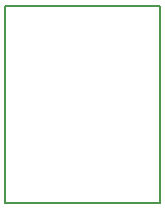
<source format=gm1>
G04 #@! TF.GenerationSoftware,KiCad,Pcbnew,(6.0.1)*
G04 #@! TF.CreationDate,2022-05-17T23:19:48+03:00*
G04 #@! TF.ProjectId,hellen1test,68656c6c-656e-4317-9465-73742e6b6963,b*
G04 #@! TF.SameCoordinates,PX141f5e0PYa2cace0*
G04 #@! TF.FileFunction,Profile,NP*
%FSLAX46Y46*%
G04 Gerber Fmt 4.6, Leading zero omitted, Abs format (unit mm)*
G04 Created by KiCad (PCBNEW (6.0.1)) date 2022-05-17 23:19:48*
%MOMM*%
%LPD*%
G01*
G04 APERTURE LIST*
G04 #@! TA.AperFunction,Profile*
%ADD10C,0.200000*%
G04 #@! TD*
G04 APERTURE END LIST*
D10*
X0Y0D02*
X13100000Y0D01*
X13100000Y0D02*
X13100000Y16700000D01*
X13100000Y16700000D02*
X0Y16700000D01*
X0Y16700000D02*
X0Y0D01*
M02*

</source>
